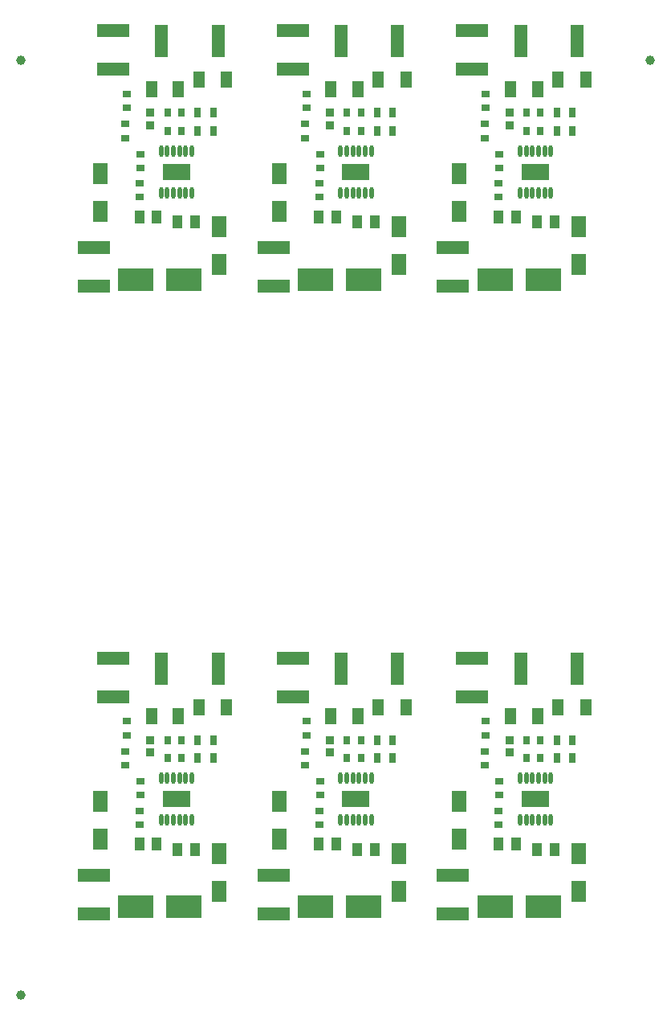
<source format=gtp>
G04*
G04 #@! TF.GenerationSoftware,Altium Limited,Altium Designer,18.1.9 (240)*
G04*
G04 Layer_Color=8421504*
%FSAX25Y25*%
%MOIN*%
G70*
G01*
G75*
%ADD10C,0.03937*%
%ADD11R,0.13386X0.05315*%
%ADD12R,0.02953X0.03543*%
%ADD13R,0.03543X0.02953*%
%ADD14R,0.03150X0.03937*%
%ADD15R,0.15000X0.09449*%
%ADD16R,0.04528X0.06890*%
%ADD17R,0.06496X0.08661*%
%ADD18R,0.03740X0.03347*%
%ADD19R,0.04331X0.05315*%
%ADD20R,0.05315X0.13386*%
%ADD21R,0.04921X0.06890*%
%ADD22R,0.11417X0.06693*%
%ADD23O,0.01772X0.04724*%
D10*
X0524000Y0552819D02*
D03*
X0262500D02*
D03*
Y0165181D02*
D03*
D11*
X0300913Y0288862D02*
D03*
Y0304807D02*
D03*
X0292882Y0214846D02*
D03*
Y0198902D02*
D03*
X0375480Y0288862D02*
D03*
Y0304807D02*
D03*
X0367449Y0214846D02*
D03*
Y0198902D02*
D03*
X0450047Y0288862D02*
D03*
Y0304807D02*
D03*
X0442016Y0214846D02*
D03*
Y0198902D02*
D03*
X0300913Y0549012D02*
D03*
Y0564956D02*
D03*
X0292882Y0474996D02*
D03*
Y0459051D02*
D03*
X0375480Y0549012D02*
D03*
Y0564956D02*
D03*
X0367449Y0474996D02*
D03*
Y0459051D02*
D03*
X0450047Y0549012D02*
D03*
Y0564956D02*
D03*
X0442016Y0474996D02*
D03*
Y0459051D02*
D03*
D12*
X0329161Y0263370D02*
D03*
X0323453D02*
D03*
X0329161Y0270850D02*
D03*
X0323453D02*
D03*
X0403728Y0263370D02*
D03*
X0398020D02*
D03*
X0403728Y0270850D02*
D03*
X0398020D02*
D03*
X0478295Y0263370D02*
D03*
X0472587D02*
D03*
X0478295Y0270850D02*
D03*
X0472587D02*
D03*
X0329161Y0523519D02*
D03*
X0323453D02*
D03*
X0329161Y0531000D02*
D03*
X0323453D02*
D03*
X0403728Y0523519D02*
D03*
X0398020D02*
D03*
X0403728Y0531000D02*
D03*
X0398020D02*
D03*
X0478295Y0523519D02*
D03*
X0472587D02*
D03*
X0478295Y0531000D02*
D03*
X0472587D02*
D03*
D13*
X0305992Y0266146D02*
D03*
Y0260437D02*
D03*
X0306543Y0272917D02*
D03*
Y0278626D02*
D03*
X0312213Y0247957D02*
D03*
Y0253665D02*
D03*
X0311858Y0235831D02*
D03*
Y0241539D02*
D03*
X0380559Y0266146D02*
D03*
Y0260437D02*
D03*
X0381110Y0272917D02*
D03*
Y0278626D02*
D03*
X0386779Y0247957D02*
D03*
Y0253665D02*
D03*
X0386425Y0235831D02*
D03*
Y0241539D02*
D03*
X0455126Y0266146D02*
D03*
Y0260437D02*
D03*
X0455677Y0272917D02*
D03*
Y0278626D02*
D03*
X0461346Y0247957D02*
D03*
Y0253665D02*
D03*
X0460992Y0235831D02*
D03*
Y0241539D02*
D03*
X0305992Y0526295D02*
D03*
Y0520586D02*
D03*
X0306543Y0533067D02*
D03*
Y0538775D02*
D03*
X0312213Y0508106D02*
D03*
Y0513815D02*
D03*
X0311858Y0495980D02*
D03*
Y0501689D02*
D03*
X0380559Y0526295D02*
D03*
Y0520586D02*
D03*
X0381110Y0533067D02*
D03*
Y0538775D02*
D03*
X0386779Y0508106D02*
D03*
Y0513815D02*
D03*
X0386425Y0495980D02*
D03*
Y0501689D02*
D03*
X0455126Y0526295D02*
D03*
Y0520586D02*
D03*
X0455677Y0533067D02*
D03*
Y0538775D02*
D03*
X0461346Y0508106D02*
D03*
Y0513815D02*
D03*
X0460992Y0495980D02*
D03*
Y0501689D02*
D03*
D14*
X0342465Y0263350D02*
D03*
X0335968D02*
D03*
X0342465Y0270850D02*
D03*
X0335968D02*
D03*
X0417031Y0263350D02*
D03*
X0410535D02*
D03*
X0417031Y0270850D02*
D03*
X0410535D02*
D03*
X0491598Y0263350D02*
D03*
X0485102D02*
D03*
X0491598Y0270850D02*
D03*
X0485102D02*
D03*
X0342465Y0523500D02*
D03*
X0335968D02*
D03*
X0342465Y0531000D02*
D03*
X0335968D02*
D03*
X0417031Y0523500D02*
D03*
X0410535D02*
D03*
X0417031Y0531000D02*
D03*
X0410535D02*
D03*
X0491598Y0523500D02*
D03*
X0485102D02*
D03*
X0491598Y0531000D02*
D03*
X0485102D02*
D03*
D15*
X0310362Y0201716D02*
D03*
X0330362D02*
D03*
X0384929D02*
D03*
X0404929D02*
D03*
X0459496D02*
D03*
X0479496D02*
D03*
X0310362Y0461866D02*
D03*
X0330362D02*
D03*
X0384929D02*
D03*
X0404929D02*
D03*
X0459496D02*
D03*
X0479496D02*
D03*
D16*
X0336405Y0284591D02*
D03*
X0348020D02*
D03*
X0410972D02*
D03*
X0422587D02*
D03*
X0485539D02*
D03*
X0497154D02*
D03*
X0336405Y0544740D02*
D03*
X0348020D02*
D03*
X0410972D02*
D03*
X0422587D02*
D03*
X0485539D02*
D03*
X0497154D02*
D03*
D17*
X0295480Y0229827D02*
D03*
Y0245575D02*
D03*
X0344969Y0207976D02*
D03*
Y0223724D02*
D03*
X0370047Y0229827D02*
D03*
Y0245575D02*
D03*
X0419535Y0207976D02*
D03*
Y0223724D02*
D03*
X0444614Y0229827D02*
D03*
Y0245575D02*
D03*
X0494102Y0207976D02*
D03*
Y0223724D02*
D03*
X0295480Y0489976D02*
D03*
Y0505724D02*
D03*
X0344969Y0468126D02*
D03*
Y0483874D02*
D03*
X0370047Y0489976D02*
D03*
Y0505724D02*
D03*
X0419535Y0468126D02*
D03*
Y0483874D02*
D03*
X0444614Y0489976D02*
D03*
Y0505724D02*
D03*
X0494102Y0468126D02*
D03*
Y0483874D02*
D03*
D18*
X0316347Y0270850D02*
D03*
Y0265732D02*
D03*
X0390913Y0270850D02*
D03*
Y0265732D02*
D03*
X0465480Y0270850D02*
D03*
Y0265732D02*
D03*
X0316347Y0531000D02*
D03*
Y0525881D02*
D03*
X0390913Y0531000D02*
D03*
Y0525881D02*
D03*
X0465480Y0531000D02*
D03*
Y0525881D02*
D03*
D19*
X0334988Y0225457D02*
D03*
X0327705D02*
D03*
X0311760Y0227661D02*
D03*
X0319043D02*
D03*
X0409555Y0225457D02*
D03*
X0402272D02*
D03*
X0386327Y0227661D02*
D03*
X0393610D02*
D03*
X0484122Y0225457D02*
D03*
X0476839D02*
D03*
X0460894Y0227661D02*
D03*
X0468177D02*
D03*
X0334988Y0485606D02*
D03*
X0327705D02*
D03*
X0311760Y0487811D02*
D03*
X0319043D02*
D03*
X0409555Y0485606D02*
D03*
X0402272D02*
D03*
X0386327Y0487811D02*
D03*
X0393610D02*
D03*
X0484122Y0485606D02*
D03*
X0476839D02*
D03*
X0460894Y0487811D02*
D03*
X0468177D02*
D03*
D20*
X0321012Y0300535D02*
D03*
X0344437D02*
D03*
X0395579D02*
D03*
X0419004D02*
D03*
X0470146D02*
D03*
X0493571D02*
D03*
X0321012Y0560685D02*
D03*
X0344437D02*
D03*
X0395579D02*
D03*
X0419004D02*
D03*
X0470146D02*
D03*
X0493571D02*
D03*
D21*
X0327980Y0280772D02*
D03*
X0316760D02*
D03*
X0402547D02*
D03*
X0391327D02*
D03*
X0477114D02*
D03*
X0465894D02*
D03*
X0327980Y0540921D02*
D03*
X0316760D02*
D03*
X0402547D02*
D03*
X0391327D02*
D03*
X0477114D02*
D03*
X0465894D02*
D03*
D22*
X0327134Y0246370D02*
D03*
X0401701D02*
D03*
X0476268D02*
D03*
X0327134Y0506519D02*
D03*
X0401701D02*
D03*
X0476268D02*
D03*
D23*
X0320736Y0237709D02*
D03*
X0323295D02*
D03*
X0325854D02*
D03*
X0328413D02*
D03*
X0330972D02*
D03*
X0333531D02*
D03*
X0320736Y0255031D02*
D03*
X0323295D02*
D03*
X0325854D02*
D03*
X0328413D02*
D03*
X0330972D02*
D03*
X0333531D02*
D03*
X0395303Y0237709D02*
D03*
X0397862D02*
D03*
X0400421D02*
D03*
X0402980D02*
D03*
X0405539D02*
D03*
X0408098D02*
D03*
X0395303Y0255031D02*
D03*
X0397862D02*
D03*
X0400421D02*
D03*
X0402980D02*
D03*
X0405539D02*
D03*
X0408098D02*
D03*
X0469870Y0237709D02*
D03*
X0472429D02*
D03*
X0474988D02*
D03*
X0477547D02*
D03*
X0480106D02*
D03*
X0482665D02*
D03*
X0469870Y0255031D02*
D03*
X0472429D02*
D03*
X0474988D02*
D03*
X0477547D02*
D03*
X0480106D02*
D03*
X0482665D02*
D03*
X0320736Y0497858D02*
D03*
X0323295D02*
D03*
X0325854D02*
D03*
X0328413D02*
D03*
X0330972D02*
D03*
X0333531D02*
D03*
X0320736Y0515181D02*
D03*
X0323295D02*
D03*
X0325854D02*
D03*
X0328413D02*
D03*
X0330972D02*
D03*
X0333531D02*
D03*
X0395303Y0497858D02*
D03*
X0397862D02*
D03*
X0400421D02*
D03*
X0402980D02*
D03*
X0405539D02*
D03*
X0408098D02*
D03*
X0395303Y0515181D02*
D03*
X0397862D02*
D03*
X0400421D02*
D03*
X0402980D02*
D03*
X0405539D02*
D03*
X0408098D02*
D03*
X0469870Y0497858D02*
D03*
X0472429D02*
D03*
X0474988D02*
D03*
X0477547D02*
D03*
X0480106D02*
D03*
X0482665D02*
D03*
X0469870Y0515181D02*
D03*
X0472429D02*
D03*
X0474988D02*
D03*
X0477547D02*
D03*
X0480106D02*
D03*
X0482665D02*
D03*
M02*

</source>
